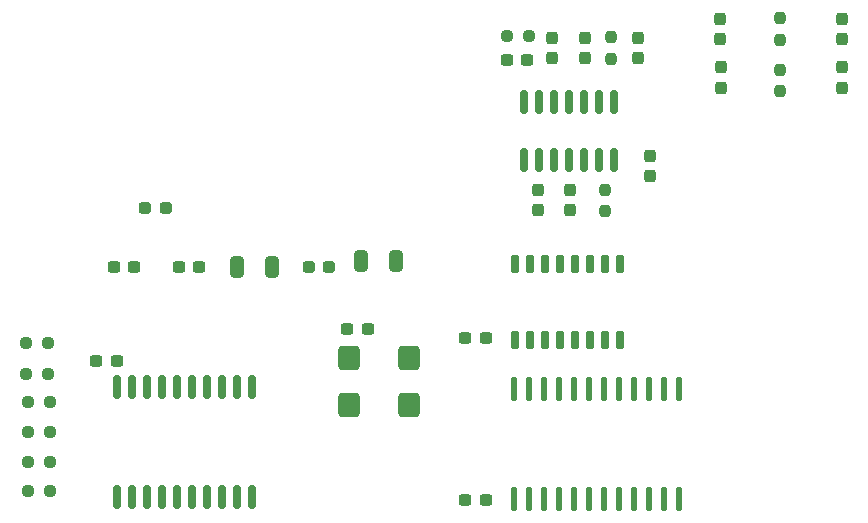
<source format=gbr>
%TF.GenerationSoftware,KiCad,Pcbnew,9.0.1+1*%
%TF.CreationDate,2025-09-01T23:04:51+00:00*%
%TF.ProjectId,rcbus-ymf262,72636275-732d-4796-9d66-3236322e6b69,@version@*%
%TF.SameCoordinates,Original*%
%TF.FileFunction,Paste,Top*%
%TF.FilePolarity,Positive*%
%FSLAX46Y46*%
G04 Gerber Fmt 4.6, Leading zero omitted, Abs format (unit mm)*
G04 Created by KiCad (PCBNEW 9.0.1+1) date 2025-09-01 23:04:51*
%MOMM*%
%LPD*%
G01*
G04 APERTURE LIST*
G04 Aperture macros list*
%AMRoundRect*
0 Rectangle with rounded corners*
0 $1 Rounding radius*
0 $2 $3 $4 $5 $6 $7 $8 $9 X,Y pos of 4 corners*
0 Add a 4 corners polygon primitive as box body*
4,1,4,$2,$3,$4,$5,$6,$7,$8,$9,$2,$3,0*
0 Add four circle primitives for the rounded corners*
1,1,$1+$1,$2,$3*
1,1,$1+$1,$4,$5*
1,1,$1+$1,$6,$7*
1,1,$1+$1,$8,$9*
0 Add four rect primitives between the rounded corners*
20,1,$1+$1,$2,$3,$4,$5,0*
20,1,$1+$1,$4,$5,$6,$7,0*
20,1,$1+$1,$6,$7,$8,$9,0*
20,1,$1+$1,$8,$9,$2,$3,0*%
G04 Aperture macros list end*
%ADD10RoundRect,0.237500X0.300000X0.237500X-0.300000X0.237500X-0.300000X-0.237500X0.300000X-0.237500X0*%
%ADD11RoundRect,0.150000X0.150000X-0.875000X0.150000X0.875000X-0.150000X0.875000X-0.150000X-0.875000X0*%
%ADD12RoundRect,0.237500X-0.237500X0.300000X-0.237500X-0.300000X0.237500X-0.300000X0.237500X0.300000X0*%
%ADD13RoundRect,0.137500X0.137500X-0.862500X0.137500X0.862500X-0.137500X0.862500X-0.137500X-0.862500X0*%
%ADD14RoundRect,0.250000X-0.650000X-0.750000X0.650000X-0.750000X0.650000X0.750000X-0.650000X0.750000X0*%
%ADD15RoundRect,0.237500X-0.287500X-0.237500X0.287500X-0.237500X0.287500X0.237500X-0.287500X0.237500X0*%
%ADD16RoundRect,0.150000X0.150000X-0.650000X0.150000X0.650000X-0.150000X0.650000X-0.150000X-0.650000X0*%
%ADD17RoundRect,0.237500X-0.300000X-0.237500X0.300000X-0.237500X0.300000X0.237500X-0.300000X0.237500X0*%
%ADD18RoundRect,0.237500X-0.250000X-0.237500X0.250000X-0.237500X0.250000X0.237500X-0.250000X0.237500X0*%
%ADD19RoundRect,0.237500X-0.237500X0.250000X-0.237500X-0.250000X0.237500X-0.250000X0.237500X0.250000X0*%
%ADD20RoundRect,0.237500X0.237500X-0.300000X0.237500X0.300000X-0.237500X0.300000X-0.237500X-0.300000X0*%
%ADD21RoundRect,0.237500X0.250000X0.237500X-0.250000X0.237500X-0.250000X-0.237500X0.250000X-0.237500X0*%
%ADD22RoundRect,0.237500X0.237500X-0.250000X0.237500X0.250000X-0.237500X0.250000X-0.237500X-0.250000X0*%
%ADD23RoundRect,0.150000X0.150000X-0.825000X0.150000X0.825000X-0.150000X0.825000X-0.150000X-0.825000X0*%
%ADD24RoundRect,0.250000X-0.325000X-0.650000X0.325000X-0.650000X0.325000X0.650000X-0.325000X0.650000X0*%
%ADD25RoundRect,0.237500X0.287500X0.237500X-0.287500X0.237500X-0.287500X-0.237500X0.287500X-0.237500X0*%
G04 APERTURE END LIST*
D10*
%TO.C,C1*%
X112112500Y-156750000D03*
X110387500Y-156750000D03*
%TD*%
%TO.C,C7*%
X112112500Y-143000000D03*
X110387500Y-143000000D03*
%TD*%
D11*
%TO.C,U1*%
X80880000Y-156500000D03*
X82150000Y-156500000D03*
X83420000Y-156500000D03*
X84690000Y-156500000D03*
X85960000Y-156500000D03*
X87230000Y-156500000D03*
X88500000Y-156500000D03*
X89770000Y-156500000D03*
X91040000Y-156500000D03*
X92310000Y-156500000D03*
X92310000Y-147200000D03*
X91040000Y-147200000D03*
X89770000Y-147200000D03*
X88500000Y-147200000D03*
X87230000Y-147200000D03*
X85960000Y-147200000D03*
X84690000Y-147200000D03*
X83420000Y-147200000D03*
X82150000Y-147200000D03*
X80880000Y-147200000D03*
%TD*%
D12*
%TO.C,C11*%
X126000000Y-127637500D03*
X126000000Y-129362500D03*
%TD*%
%TO.C,C8*%
X116500000Y-130500000D03*
X116500000Y-132225000D03*
%TD*%
%TO.C,C12*%
X119250000Y-130500000D03*
X119250000Y-132225000D03*
%TD*%
D13*
%TO.C,U2*%
X114515000Y-156650000D03*
X115785000Y-156650000D03*
X117055000Y-156650000D03*
X118325000Y-156650000D03*
X119595000Y-156650000D03*
X120865000Y-156650000D03*
X122135000Y-156650000D03*
X123405000Y-156650000D03*
X124675000Y-156650000D03*
X125945000Y-156650000D03*
X127215000Y-156650000D03*
X128485000Y-156650000D03*
X128485000Y-147350000D03*
X127215000Y-147350000D03*
X125945000Y-147350000D03*
X124675000Y-147350000D03*
X123405000Y-147350000D03*
X122135000Y-147350000D03*
X120865000Y-147350000D03*
X119595000Y-147350000D03*
X118325000Y-147350000D03*
X117055000Y-147350000D03*
X115785000Y-147350000D03*
X114515000Y-147350000D03*
%TD*%
D10*
%TO.C,C6*%
X80862500Y-145000000D03*
X79137500Y-145000000D03*
%TD*%
D14*
%TO.C,Y1*%
X100500000Y-148750000D03*
X105580000Y-148750000D03*
X105580000Y-144750000D03*
X100500000Y-144750000D03*
%TD*%
D15*
%TO.C,L2*%
X97125000Y-137000000D03*
X98875000Y-137000000D03*
%TD*%
D16*
%TO.C,U3*%
X114555000Y-143250000D03*
X115825000Y-143250000D03*
X117095000Y-143250000D03*
X118365000Y-143250000D03*
X119635000Y-143250000D03*
X120905000Y-143250000D03*
X122175000Y-143250000D03*
X123445000Y-143250000D03*
X123445000Y-136750000D03*
X122175000Y-136750000D03*
X120905000Y-136750000D03*
X119635000Y-136750000D03*
X118365000Y-136750000D03*
X117095000Y-136750000D03*
X115825000Y-136750000D03*
X114555000Y-136750000D03*
%TD*%
D17*
%TO.C,C2*%
X80637500Y-137000000D03*
X82362500Y-137000000D03*
%TD*%
D18*
%TO.C,R6*%
X73400000Y-156020000D03*
X75225000Y-156020000D03*
%TD*%
D12*
%TO.C,C13*%
X125000000Y-117637500D03*
X125000000Y-119362500D03*
%TD*%
D19*
%TO.C,R10*%
X137000000Y-120337500D03*
X137000000Y-122162500D03*
%TD*%
D20*
%TO.C,C9*%
X120500000Y-119362500D03*
X120500000Y-117637500D03*
%TD*%
D18*
%TO.C,R5*%
X73400000Y-153510000D03*
X75225000Y-153510000D03*
%TD*%
D21*
%TO.C,R9*%
X115750000Y-117500000D03*
X113925000Y-117500000D03*
%TD*%
D20*
%TO.C,C17*%
X142250000Y-121862500D03*
X142250000Y-120137500D03*
%TD*%
D22*
%TO.C,R7*%
X122250000Y-132325000D03*
X122250000Y-130500000D03*
%TD*%
%TO.C,R8*%
X122750000Y-119412500D03*
X122750000Y-117587500D03*
%TD*%
D18*
%TO.C,R3*%
X73400000Y-148490000D03*
X75225000Y-148490000D03*
%TD*%
%TO.C,R1*%
X73225000Y-143470000D03*
X75050000Y-143470000D03*
%TD*%
D20*
%TO.C,C10*%
X117750000Y-119362500D03*
X117750000Y-117637500D03*
%TD*%
D18*
%TO.C,R2*%
X73225000Y-146060000D03*
X75050000Y-146060000D03*
%TD*%
D23*
%TO.C,U4*%
X115327500Y-127975000D03*
X116597500Y-127975000D03*
X117867500Y-127975000D03*
X119137500Y-127975000D03*
X120407500Y-127975000D03*
X121677500Y-127975000D03*
X122947500Y-127975000D03*
X122947500Y-123025000D03*
X121677500Y-123025000D03*
X120407500Y-123025000D03*
X119137500Y-123025000D03*
X117867500Y-123025000D03*
X116597500Y-123025000D03*
X115327500Y-123025000D03*
%TD*%
D20*
%TO.C,C16*%
X131964600Y-117750000D03*
X131964600Y-116025000D03*
%TD*%
D24*
%TO.C,C4*%
X91025000Y-137000000D03*
X93975000Y-137000000D03*
%TD*%
D18*
%TO.C,R4*%
X73400000Y-151000000D03*
X75225000Y-151000000D03*
%TD*%
D24*
%TO.C,C5*%
X101525000Y-136500000D03*
X104475000Y-136500000D03*
%TD*%
D20*
%TO.C,C18*%
X142239600Y-117750000D03*
X142239600Y-116025000D03*
%TD*%
%TO.C,C15*%
X132000000Y-121862500D03*
X132000000Y-120137500D03*
%TD*%
D19*
%TO.C,R11*%
X137014600Y-115975000D03*
X137014600Y-117800000D03*
%TD*%
D17*
%TO.C,C19*%
X100387500Y-142250000D03*
X102112500Y-142250000D03*
%TD*%
%TO.C,C3*%
X86137500Y-137000000D03*
X87862500Y-137000000D03*
%TD*%
D25*
%TO.C,L1*%
X85000000Y-132000000D03*
X83250000Y-132000000D03*
%TD*%
D10*
%TO.C,C14*%
X115612500Y-119500000D03*
X113887500Y-119500000D03*
%TD*%
M02*

</source>
